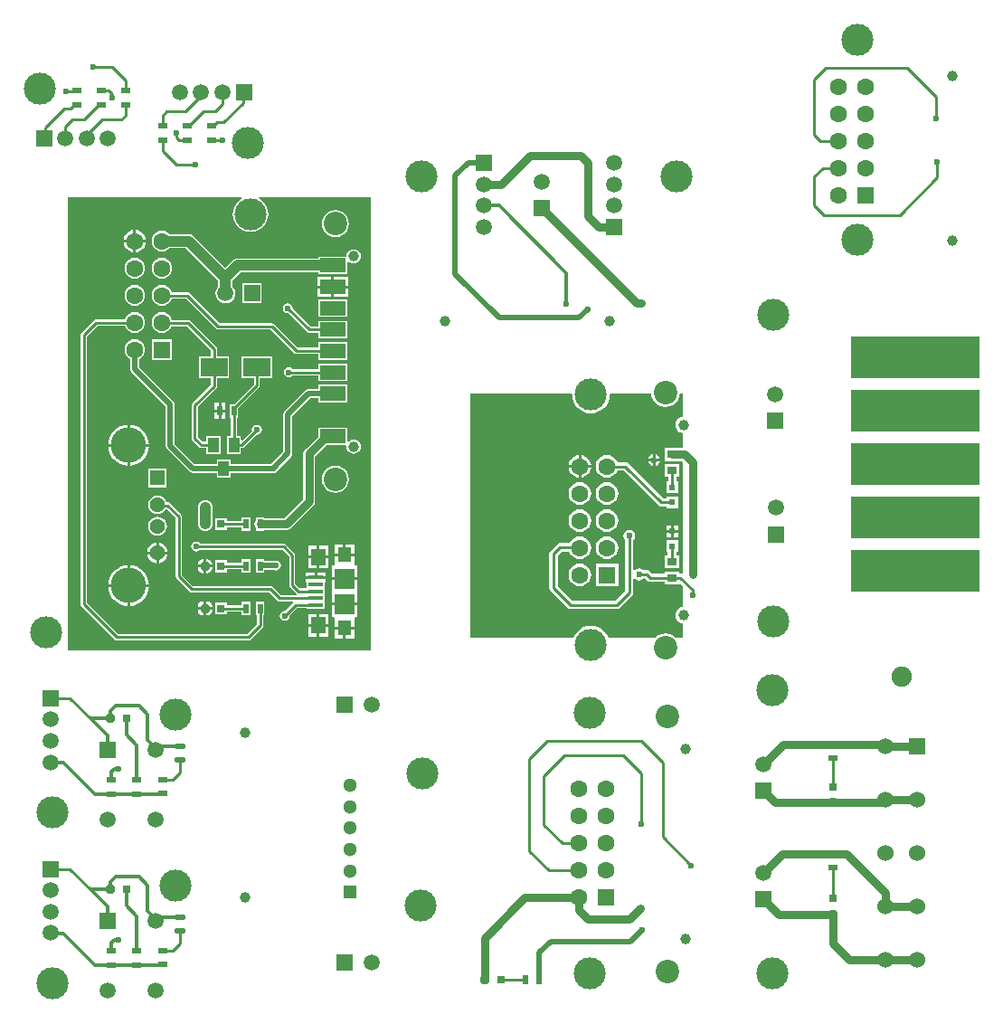
<source format=gtl>
G04*
G04 #@! TF.GenerationSoftware,Altium Limited,Altium Designer,20.1.8 (145)*
G04*
G04 Layer_Physical_Order=1*
G04 Layer_Color=255*
%FSLAX25Y25*%
%MOIN*%
G70*
G04*
G04 #@! TF.SameCoordinates,29347EB1-9AE6-4B45-909D-0775014661E7*
G04*
G04*
G04 #@! TF.FilePolarity,Positive*
G04*
G01*
G75*
%ADD10C,0.01968*%
%ADD11C,0.02953*%
%ADD12C,0.01181*%
%ADD13C,0.01000*%
%ADD14R,0.03740X0.01968*%
%ADD15R,0.03150X0.03150*%
G04:AMPARAMS|DCode=16|XSize=31.5mil|YSize=31.5mil|CornerRadius=7.87mil|HoleSize=0mil|Usage=FLASHONLY|Rotation=90.000|XOffset=0mil|YOffset=0mil|HoleType=Round|Shape=RoundedRectangle|*
%AMROUNDEDRECTD16*
21,1,0.03150,0.01575,0,0,90.0*
21,1,0.01575,0.03150,0,0,90.0*
1,1,0.01575,0.00787,0.00787*
1,1,0.01575,0.00787,-0.00787*
1,1,0.01575,-0.00787,-0.00787*
1,1,0.01575,-0.00787,0.00787*
%
%ADD16ROUNDEDRECTD16*%
%ADD17R,0.47244X0.15748*%
%ADD18R,0.01968X0.03740*%
%ADD19R,0.03150X0.03150*%
G04:AMPARAMS|DCode=20|XSize=31.5mil|YSize=31.5mil|CornerRadius=7.87mil|HoleSize=0mil|Usage=FLASHONLY|Rotation=0.000|XOffset=0mil|YOffset=0mil|HoleType=Round|Shape=RoundedRectangle|*
%AMROUNDEDRECTD20*
21,1,0.03150,0.01575,0,0,0.0*
21,1,0.01575,0.03150,0,0,0.0*
1,1,0.01575,0.00787,-0.00787*
1,1,0.01575,-0.00787,-0.00787*
1,1,0.01575,-0.00787,0.00787*
1,1,0.01575,0.00787,0.00787*
%
%ADD20ROUNDEDRECTD20*%
%ADD21R,0.09567X0.05236*%
%ADD22R,0.09843X0.06693*%
%ADD23R,0.03937X0.05512*%
%ADD24R,0.05315X0.01575*%
%ADD25R,0.05512X0.06299*%
%ADD26R,0.05118X0.05709*%
%ADD27R,0.07480X0.07480*%
%ADD28C,0.03937*%
%ADD29R,0.02362X0.02362*%
%ADD30R,0.03543X0.02756*%
%ADD31R,0.03543X0.01968*%
G04:AMPARAMS|DCode=32|XSize=19.68mil|YSize=37.4mil|CornerRadius=4.92mil|HoleSize=0mil|Usage=FLASHONLY|Rotation=270.000|XOffset=0mil|YOffset=0mil|HoleType=Round|Shape=RoundedRectangle|*
%AMROUNDEDRECTD32*
21,1,0.01968,0.02756,0,0,270.0*
21,1,0.00984,0.03740,0,0,270.0*
1,1,0.00984,-0.01378,-0.00492*
1,1,0.00984,-0.01378,0.00492*
1,1,0.00984,0.01378,0.00492*
1,1,0.00984,0.01378,-0.00492*
%
%ADD32ROUNDEDRECTD32*%
%ADD33C,0.00122*%
%ADD34C,0.05906*%
%ADD35R,0.05906X0.05906*%
%ADD36R,0.05906X0.05906*%
%ADD37C,0.03937*%
%ADD38C,0.11811*%
%ADD39C,0.02362*%
%ADD40C,0.05118*%
%ADD41R,0.05118X0.05118*%
%ADD42C,0.07480*%
%ADD43R,0.06024X0.06024*%
%ADD44C,0.06024*%
%ADD45C,0.06299*%
%ADD46R,0.06299X0.06299*%
%ADD47C,0.08661*%
%ADD48R,0.05622X0.05622*%
%ADD49C,0.05622*%
%ADD50C,0.13055*%
G36*
X131583Y131210D02*
X131189Y131047D01*
X19772D01*
Y297976D01*
X83955D01*
X84080Y297476D01*
X83446Y297137D01*
X82451Y296321D01*
X81634Y295326D01*
X81027Y294190D01*
X80654Y292958D01*
X80527Y291677D01*
X80654Y290396D01*
X81027Y289164D01*
X81634Y288029D01*
X82451Y287034D01*
X83446Y286217D01*
X84581Y285610D01*
X85813Y285236D01*
X87094Y285110D01*
X88376Y285236D01*
X89608Y285610D01*
X90743Y286217D01*
X91738Y287034D01*
X92555Y288029D01*
X93162Y289164D01*
X93535Y290396D01*
X93661Y291677D01*
X93535Y292958D01*
X93162Y294190D01*
X92555Y295326D01*
X91738Y296321D01*
X90743Y297137D01*
X90109Y297476D01*
X90234Y297976D01*
X131583D01*
Y131210D01*
D02*
G37*
G36*
X246457Y216952D02*
X245926Y216882D01*
X245204Y216583D01*
X244584Y216107D01*
X244108Y215487D01*
X243809Y214765D01*
X243707Y213990D01*
X243809Y213215D01*
X244108Y212493D01*
X244584Y211873D01*
X245204Y211397D01*
X245926Y211098D01*
X246457Y211028D01*
Y205637D01*
X242520D01*
X241781Y205490D01*
X239748D01*
Y200734D01*
X241781D01*
X242520Y200587D01*
X246244D01*
X246457Y200374D01*
Y159387D01*
X245957Y159118D01*
X245472Y159214D01*
X245291D01*
Y160063D01*
X239748D01*
Y159214D01*
X235082D01*
X234152Y160144D01*
X233656Y160476D01*
X233071Y160592D01*
X231811D01*
X231203Y160998D01*
X230352Y161168D01*
X229501Y160998D01*
X228780Y160516D01*
X228752Y160475D01*
X228252Y160627D01*
Y171579D01*
X228295Y171608D01*
X228777Y172330D01*
X228947Y173181D01*
X228777Y174032D01*
X228295Y174753D01*
X227574Y175235D01*
X226723Y175405D01*
X225872Y175235D01*
X225150Y174753D01*
X224668Y174032D01*
X224499Y173181D01*
X224668Y172330D01*
X225150Y171608D01*
X225193Y171579D01*
Y152955D01*
X221414Y149175D01*
X205751D01*
X200348Y154578D01*
Y165910D01*
X201815Y167376D01*
X204600D01*
X204899Y166655D01*
X205564Y165788D01*
X206431Y165123D01*
X207440Y164705D01*
X208524Y164563D01*
X209607Y164705D01*
X210616Y165123D01*
X211483Y165788D01*
X212148Y166655D01*
X212566Y167665D01*
X212709Y168748D01*
X212566Y169831D01*
X212148Y170841D01*
X211483Y171707D01*
X210616Y172373D01*
X209607Y172791D01*
X208524Y172933D01*
X207440Y172791D01*
X206431Y172373D01*
X205564Y171707D01*
X204899Y170841D01*
X204731Y170435D01*
X201181D01*
X200596Y170318D01*
X200099Y169987D01*
X197737Y167625D01*
X197406Y167129D01*
X197289Y166543D01*
Y153945D01*
X197406Y153360D01*
X197737Y152863D01*
X204037Y146564D01*
X204533Y146233D01*
X205118Y146116D01*
X222047D01*
X222632Y146233D01*
X223129Y146564D01*
X227804Y151240D01*
X228136Y151736D01*
X228252Y152321D01*
Y157261D01*
X228752Y157412D01*
X228780Y157371D01*
X229501Y156889D01*
X230352Y156720D01*
X231203Y156889D01*
X231925Y157371D01*
X231974Y157445D01*
X232493Y157478D01*
X233367Y156604D01*
X233863Y156272D01*
X234449Y156156D01*
X239748D01*
Y155307D01*
X245291D01*
Y155307D01*
X245571Y155423D01*
X246457Y154538D01*
Y146873D01*
X245926Y146803D01*
X245204Y146504D01*
X244584Y146029D01*
X244108Y145408D01*
X243809Y144686D01*
X243707Y143911D01*
X243809Y143137D01*
X244108Y142414D01*
X244584Y141794D01*
X245204Y141318D01*
X245926Y141019D01*
X246457Y140949D01*
Y135441D01*
X244013D01*
X243810Y135705D01*
X242696Y136560D01*
X241399Y137097D01*
X240008Y137280D01*
X238616Y137097D01*
X237319Y136560D01*
X236206Y135705D01*
X236003Y135441D01*
X219098D01*
X219009Y135734D01*
X218368Y136934D01*
X217505Y137985D01*
X216453Y138848D01*
X215254Y139489D01*
X213952Y139884D01*
X212598Y140018D01*
X211245Y139884D01*
X209943Y139489D01*
X208743Y138848D01*
X207692Y137985D01*
X206829Y136934D01*
X206188Y135734D01*
X206099Y135441D01*
X168110D01*
Y225441D01*
X205445D01*
X205659Y225205D01*
X205793Y223851D01*
X206188Y222549D01*
X206829Y221350D01*
X207692Y220298D01*
X208743Y219435D01*
X209943Y218794D01*
X211245Y218399D01*
X212598Y218266D01*
X213952Y218399D01*
X215254Y218794D01*
X216453Y219435D01*
X217505Y220298D01*
X218368Y221350D01*
X219009Y222549D01*
X219404Y223851D01*
X219537Y225205D01*
X219751Y225441D01*
X234704D01*
X234814Y224606D01*
X235351Y223310D01*
X236206Y222196D01*
X237319Y221342D01*
X238616Y220805D01*
X240008Y220621D01*
X241399Y220805D01*
X242696Y221342D01*
X243810Y222196D01*
X244664Y223310D01*
X245201Y224606D01*
X245311Y225441D01*
X246457D01*
Y216952D01*
D02*
G37*
%LPC*%
G36*
X118441Y293131D02*
X117146Y292961D01*
X115939Y292461D01*
X114903Y291666D01*
X114108Y290630D01*
X113608Y289423D01*
X113437Y288128D01*
X113608Y286833D01*
X114108Y285626D01*
X114903Y284590D01*
X115939Y283795D01*
X117146Y283295D01*
X118441Y283124D01*
X119736Y283295D01*
X120943Y283795D01*
X121979Y284590D01*
X122774Y285626D01*
X123274Y286833D01*
X123444Y288128D01*
X123274Y289423D01*
X122774Y290630D01*
X121979Y291666D01*
X120943Y292461D01*
X119736Y292961D01*
X118441Y293131D01*
D02*
G37*
G36*
X44937Y285876D02*
Y282256D01*
X48557D01*
X48480Y282839D01*
X48062Y283849D01*
X47396Y284716D01*
X46530Y285381D01*
X45520Y285799D01*
X44937Y285876D01*
D02*
G37*
G36*
X43937Y285876D02*
X43354Y285799D01*
X42344Y285381D01*
X41478Y284716D01*
X40812Y283849D01*
X40394Y282839D01*
X40317Y282256D01*
X43937D01*
Y285876D01*
D02*
G37*
G36*
X48557Y281256D02*
X44937D01*
Y277636D01*
X45520Y277713D01*
X46530Y278131D01*
X47396Y278796D01*
X48062Y279663D01*
X48480Y280673D01*
X48557Y281256D01*
D02*
G37*
G36*
X43937D02*
X40317D01*
X40394Y280673D01*
X40812Y279663D01*
X41478Y278796D01*
X42344Y278131D01*
X43354Y277713D01*
X43937Y277636D01*
Y281256D01*
D02*
G37*
G36*
X54437Y285568D02*
X53450Y285438D01*
X52531Y285057D01*
X51741Y284452D01*
X51136Y283662D01*
X50755Y282743D01*
X50625Y281756D01*
X50755Y280769D01*
X51136Y279850D01*
X51741Y279060D01*
X52531Y278454D01*
X53450Y278074D01*
X54437Y277944D01*
X55424Y278074D01*
X56343Y278454D01*
X57133Y279060D01*
X57190Y279135D01*
X63253D01*
X75222Y267166D01*
Y265013D01*
X74713Y264350D01*
X74352Y263479D01*
X74229Y262543D01*
X74352Y261608D01*
X74713Y260736D01*
X75287Y259988D01*
X76036Y259414D01*
X76907Y259053D01*
X77842Y258930D01*
X78778Y259053D01*
X79649Y259414D01*
X80398Y259988D01*
X80972Y260736D01*
X81333Y261608D01*
X81456Y262543D01*
X81333Y263479D01*
X80972Y264350D01*
X80463Y265013D01*
Y267166D01*
X83456Y270159D01*
X111996D01*
Y269531D01*
X122823D01*
Y274042D01*
X123142Y274199D01*
X123323Y274235D01*
X123823Y273850D01*
X124455Y273588D01*
X125134Y273499D01*
X125812Y273588D01*
X126444Y273850D01*
X126987Y274267D01*
X127404Y274810D01*
X127665Y275442D01*
X127755Y276120D01*
X127665Y276798D01*
X127404Y277431D01*
X126987Y277973D01*
X126444Y278390D01*
X125812Y278652D01*
X125134Y278741D01*
X124455Y278652D01*
X123823Y278390D01*
X123281Y277973D01*
X122864Y277431D01*
X122602Y276798D01*
X122513Y276120D01*
X122432Y276028D01*
X111996D01*
Y275400D01*
X82370D01*
X81692Y275311D01*
X81060Y275049D01*
X80517Y274633D01*
X77842Y271958D01*
X66192Y283609D01*
X65649Y284026D01*
X65017Y284288D01*
X64339Y284377D01*
X57190D01*
X57133Y284452D01*
X56343Y285057D01*
X55424Y285438D01*
X54437Y285568D01*
D02*
G37*
G36*
Y275568D02*
X53450Y275438D01*
X52531Y275057D01*
X51741Y274451D01*
X51136Y273662D01*
X50755Y272743D01*
X50625Y271756D01*
X50755Y270769D01*
X51136Y269850D01*
X51741Y269060D01*
X52531Y268455D01*
X53450Y268074D01*
X54437Y267944D01*
X55424Y268074D01*
X56343Y268455D01*
X57133Y269060D01*
X57738Y269850D01*
X58119Y270769D01*
X58249Y271756D01*
X58119Y272743D01*
X57738Y273662D01*
X57133Y274451D01*
X56343Y275057D01*
X55424Y275438D01*
X54437Y275568D01*
D02*
G37*
G36*
X44437D02*
X43450Y275438D01*
X42531Y275057D01*
X41741Y274451D01*
X41136Y273662D01*
X40755Y272743D01*
X40625Y271756D01*
X40755Y270769D01*
X41136Y269850D01*
X41741Y269060D01*
X42531Y268455D01*
X43450Y268074D01*
X44437Y267944D01*
X45424Y268074D01*
X46343Y268455D01*
X47133Y269060D01*
X47738Y269850D01*
X48119Y270769D01*
X48249Y271756D01*
X48119Y272743D01*
X47738Y273662D01*
X47133Y274451D01*
X46343Y275057D01*
X45424Y275438D01*
X44437Y275568D01*
D02*
G37*
G36*
X123193Y268524D02*
X117909D01*
Y265406D01*
X123193D01*
Y268524D01*
D02*
G37*
G36*
X116909D02*
X111626D01*
Y265406D01*
X116909D01*
Y268524D01*
D02*
G37*
G36*
X123193Y264405D02*
X117909D01*
Y261287D01*
X123193D01*
Y264405D01*
D02*
G37*
G36*
X116909D02*
X111626D01*
Y261287D01*
X116909D01*
Y264405D01*
D02*
G37*
G36*
X91268Y266126D02*
X84102D01*
Y258961D01*
X91268D01*
Y266126D01*
D02*
G37*
G36*
X44437Y265568D02*
X43450Y265438D01*
X42531Y265057D01*
X41741Y264452D01*
X41136Y263662D01*
X40755Y262743D01*
X40625Y261756D01*
X40755Y260769D01*
X41136Y259850D01*
X41741Y259060D01*
X42531Y258454D01*
X43450Y258074D01*
X44437Y257944D01*
X45424Y258074D01*
X46343Y258454D01*
X47133Y259060D01*
X47738Y259850D01*
X48119Y260769D01*
X48249Y261756D01*
X48119Y262743D01*
X47738Y263662D01*
X47133Y264452D01*
X46343Y265057D01*
X45424Y265438D01*
X44437Y265568D01*
D02*
G37*
G36*
X122823Y260280D02*
X111996D01*
Y253783D01*
X122823D01*
Y260280D01*
D02*
G37*
G36*
X44437Y255568D02*
X43450Y255438D01*
X42531Y255057D01*
X41741Y254451D01*
X41136Y253662D01*
X40823Y252908D01*
X30244D01*
X29803Y252820D01*
X29430Y252571D01*
X24862Y248004D01*
X24613Y247630D01*
X24525Y247189D01*
Y147976D01*
X24613Y147536D01*
X24862Y147162D01*
X37067Y134957D01*
X37441Y134707D01*
X37882Y134620D01*
X86307D01*
X86748Y134707D01*
X87122Y134957D01*
X91452Y139288D01*
X91702Y139662D01*
X91790Y140102D01*
Y143902D01*
X92252D01*
Y148902D01*
X89024D01*
Y143902D01*
X89486D01*
Y140580D01*
X85830Y136924D01*
X38359D01*
X26829Y148454D01*
Y246712D01*
X30721Y250604D01*
X40823D01*
X41136Y249850D01*
X41741Y249060D01*
X42531Y248454D01*
X43450Y248074D01*
X44437Y247944D01*
X45424Y248074D01*
X46343Y248454D01*
X47133Y249060D01*
X47738Y249850D01*
X48119Y250769D01*
X48249Y251756D01*
X48119Y252743D01*
X47738Y253662D01*
X47133Y254451D01*
X46343Y255057D01*
X45424Y255438D01*
X44437Y255568D01*
D02*
G37*
G36*
X100874Y258878D02*
X100167Y258737D01*
X99568Y258337D01*
X99168Y257738D01*
X99028Y257031D01*
X99168Y256325D01*
X99568Y255726D01*
X100167Y255326D01*
X100874Y255185D01*
X101055Y255221D01*
X107933Y248343D01*
X108307Y248093D01*
X108748Y248005D01*
X111996D01*
Y245910D01*
X122823D01*
Y252406D01*
X111996D01*
Y250310D01*
X109225D01*
X102684Y256850D01*
X102720Y257031D01*
X102580Y257738D01*
X102180Y258337D01*
X101581Y258737D01*
X100874Y258878D01*
D02*
G37*
G36*
X54437Y265568D02*
X53450Y265438D01*
X52531Y265057D01*
X51741Y264452D01*
X51136Y263662D01*
X50755Y262743D01*
X50625Y261756D01*
X50755Y260769D01*
X51136Y259850D01*
X51741Y259060D01*
X52531Y258454D01*
X53450Y258074D01*
X54437Y257944D01*
X55424Y258074D01*
X56343Y258454D01*
X57133Y259060D01*
X57738Y259850D01*
X58051Y260604D01*
X63389D01*
X74469Y249524D01*
X74843Y249274D01*
X75283Y249186D01*
X94491D01*
X103209Y240469D01*
X103583Y240219D01*
X104024Y240131D01*
X111996D01*
Y238035D01*
X122823D01*
Y244531D01*
X111996D01*
Y242436D01*
X104501D01*
X95783Y251153D01*
X95409Y251403D01*
X94968Y251491D01*
X75761D01*
X64681Y262571D01*
X64307Y262820D01*
X63866Y262908D01*
X58051D01*
X57738Y263662D01*
X57133Y264452D01*
X56343Y265057D01*
X55424Y265438D01*
X54437Y265568D01*
D02*
G37*
G36*
X58217Y245535D02*
X50657D01*
Y237976D01*
X58217D01*
Y245535D01*
D02*
G37*
G36*
X122823Y236658D02*
X111996D01*
Y234561D01*
X102676D01*
X102573Y234715D01*
X101974Y235115D01*
X101268Y235256D01*
X100561Y235115D01*
X99962Y234715D01*
X99562Y234116D01*
X99421Y233410D01*
X99562Y232703D01*
X99962Y232104D01*
X100561Y231703D01*
X101268Y231563D01*
X101974Y231703D01*
X102573Y232104D01*
X102676Y232257D01*
X111996D01*
Y230161D01*
X122823D01*
Y236658D01*
D02*
G37*
G36*
X44437Y245568D02*
X43450Y245438D01*
X42531Y245057D01*
X41741Y244451D01*
X41136Y243662D01*
X40755Y242743D01*
X40625Y241756D01*
X40755Y240769D01*
X41136Y239850D01*
X41741Y239060D01*
X42531Y238455D01*
X42791Y238347D01*
Y234728D01*
X42917Y234099D01*
X43273Y233565D01*
X55921Y220917D01*
Y206244D01*
X56046Y205614D01*
X56403Y205080D01*
X64671Y196813D01*
X65205Y196456D01*
X65835Y196331D01*
X74654D01*
Y194591D01*
X79850D01*
Y196331D01*
X94566D01*
X94656Y196271D01*
X95362Y196130D01*
X96069Y196271D01*
X96668Y196671D01*
X97068Y197270D01*
X97089Y197376D01*
X102038Y202325D01*
X102394Y202858D01*
X102520Y203488D01*
Y217373D01*
X109036Y223890D01*
X111996D01*
Y222287D01*
X122823D01*
Y228783D01*
X111996D01*
Y227181D01*
X108354D01*
X107724Y227056D01*
X107191Y226699D01*
X99710Y219219D01*
X99353Y218685D01*
X99228Y218055D01*
Y204170D01*
X94762Y199703D01*
X94656Y199682D01*
X94566Y199622D01*
X79850D01*
Y201362D01*
X74654D01*
Y199622D01*
X66516D01*
X59213Y206926D01*
Y221598D01*
X59088Y222228D01*
X58731Y222762D01*
X46083Y235410D01*
Y238347D01*
X46343Y238455D01*
X47133Y239060D01*
X47738Y239850D01*
X48119Y240769D01*
X48249Y241756D01*
X48119Y242743D01*
X47738Y243662D01*
X47133Y244451D01*
X46343Y245057D01*
X45424Y245438D01*
X44437Y245568D01*
D02*
G37*
G36*
X77858Y222106D02*
X76374D01*
Y219736D01*
X77858D01*
Y222106D01*
D02*
G37*
G36*
X75374D02*
X73890D01*
Y219736D01*
X75374D01*
Y222106D01*
D02*
G37*
G36*
X77858Y218736D02*
X76374D01*
Y216366D01*
X77858D01*
Y218736D01*
D02*
G37*
G36*
X75374D02*
X73890D01*
Y216366D01*
X75374D01*
Y218736D01*
D02*
G37*
G36*
X95008Y239354D02*
X83906D01*
Y231402D01*
X88305D01*
Y229064D01*
X80977Y221736D01*
X79378D01*
Y216736D01*
X79840D01*
Y210024D01*
X78394D01*
Y203252D01*
X83591D01*
Y205486D01*
X83945D01*
X84386Y205574D01*
X84759Y205823D01*
X89275Y210339D01*
X89457Y210303D01*
X90163Y210444D01*
X90762Y210844D01*
X91163Y211443D01*
X91303Y212150D01*
X91163Y212856D01*
X90762Y213455D01*
X90163Y213856D01*
X89457Y213996D01*
X88750Y213856D01*
X88151Y213455D01*
X87751Y212856D01*
X87610Y212150D01*
X87646Y211968D01*
X84052Y208375D01*
X83591Y208566D01*
Y210024D01*
X82144D01*
Y216736D01*
X82606D01*
Y220107D01*
X90271Y227772D01*
X90521Y228146D01*
X90609Y228587D01*
Y231402D01*
X95008D01*
Y239354D01*
D02*
G37*
G36*
X42673Y214034D02*
Y207020D01*
X49688D01*
X49592Y207995D01*
X49161Y209414D01*
X48463Y210722D01*
X47522Y211868D01*
X46376Y212809D01*
X45068Y213508D01*
X43649Y213938D01*
X42673Y214034D01*
D02*
G37*
G36*
X41673Y214034D02*
X40698Y213938D01*
X39279Y213508D01*
X37971Y212809D01*
X36825Y211868D01*
X35884Y210722D01*
X35185Y209414D01*
X34755Y207995D01*
X34659Y207020D01*
X41673D01*
Y214034D01*
D02*
G37*
G36*
X122823Y213035D02*
X111996D01*
Y209577D01*
X107823Y205403D01*
X107229Y205007D01*
X106764Y204310D01*
X106600Y203488D01*
Y186661D01*
X99591Y179651D01*
X92252D01*
Y180004D01*
X89024D01*
Y178879D01*
X88654Y178326D01*
X88490Y177504D01*
X88654Y176682D01*
X89024Y176128D01*
Y175004D01*
X92252D01*
Y175356D01*
X100480D01*
X101302Y175520D01*
X101999Y175985D01*
X110267Y184253D01*
X110732Y184950D01*
X110896Y185772D01*
Y202402D01*
X115033Y206539D01*
X122199D01*
X122529Y206164D01*
X122513Y206041D01*
X122602Y205363D01*
X122864Y204731D01*
X123281Y204188D01*
X123823Y203772D01*
X124455Y203510D01*
X125134Y203420D01*
X125812Y203510D01*
X126444Y203772D01*
X126987Y204188D01*
X127404Y204731D01*
X127665Y205363D01*
X127755Y206041D01*
X127665Y206720D01*
X127404Y207352D01*
X126987Y207895D01*
X126444Y208311D01*
X125812Y208573D01*
X125134Y208662D01*
X124455Y208573D01*
X123823Y208311D01*
X123323Y207927D01*
X123142Y207962D01*
X122823Y208119D01*
Y213035D01*
D02*
G37*
G36*
X54437Y255568D02*
X53450Y255438D01*
X52531Y255057D01*
X51741Y254451D01*
X51136Y253662D01*
X50755Y252743D01*
X50625Y251756D01*
X50755Y250769D01*
X51136Y249850D01*
X51741Y249060D01*
X52531Y248454D01*
X53450Y248074D01*
X54437Y247944D01*
X55424Y248074D01*
X56343Y248454D01*
X57133Y249060D01*
X57738Y249850D01*
X57953Y250368D01*
X63783D01*
X72557Y241594D01*
Y239354D01*
X68158D01*
Y231402D01*
X72557D01*
Y228769D01*
X65807Y222019D01*
X65558Y221646D01*
X65470Y221205D01*
Y209000D01*
X65558Y208559D01*
X65807Y208185D01*
X68170Y205823D01*
X68543Y205574D01*
X68984Y205486D01*
X70913D01*
Y203252D01*
X76110D01*
Y210024D01*
X70913D01*
Y207790D01*
X69462D01*
X67774Y209477D01*
Y220727D01*
X74523Y227477D01*
X74773Y227851D01*
X74861Y228291D01*
Y231402D01*
X79260D01*
Y239354D01*
X74861D01*
Y242071D01*
X74773Y242512D01*
X74523Y242885D01*
X65074Y252334D01*
X64701Y252584D01*
X64260Y252672D01*
X58129D01*
X58119Y252743D01*
X57738Y253662D01*
X57133Y254451D01*
X56343Y255057D01*
X55424Y255438D01*
X54437Y255568D01*
D02*
G37*
G36*
X49688Y206020D02*
X42673D01*
Y199005D01*
X43649Y199101D01*
X45068Y199531D01*
X46376Y200231D01*
X47522Y201171D01*
X48463Y202317D01*
X49161Y203625D01*
X49592Y205044D01*
X49688Y206020D01*
D02*
G37*
G36*
X41673D02*
X34659D01*
X34755Y205044D01*
X35185Y203625D01*
X35884Y202317D01*
X36825Y201171D01*
X37971Y200231D01*
X39279Y199531D01*
X40698Y199101D01*
X41673Y199005D01*
Y206020D01*
D02*
G37*
G36*
X56283Y197874D02*
X49402D01*
Y190992D01*
X56283D01*
Y197874D01*
D02*
G37*
G36*
X118441Y199037D02*
X117146Y198866D01*
X115939Y198367D01*
X114903Y197572D01*
X114108Y196535D01*
X113608Y195328D01*
X113437Y194034D01*
X113608Y192738D01*
X114108Y191532D01*
X114903Y190496D01*
X115939Y189700D01*
X117146Y189200D01*
X118441Y189030D01*
X119736Y189200D01*
X120943Y189700D01*
X121979Y190496D01*
X122774Y191532D01*
X123274Y192738D01*
X123444Y194034D01*
X123274Y195328D01*
X122774Y196535D01*
X121979Y197572D01*
X120943Y198367D01*
X119736Y198866D01*
X118441Y199037D01*
D02*
G37*
G36*
X87134Y180004D02*
X83906D01*
Y178656D01*
X78473D01*
Y179709D01*
X74063D01*
Y175299D01*
X78473D01*
Y176352D01*
X83906D01*
Y175004D01*
X87134D01*
Y180004D01*
D02*
G37*
G36*
X70461Y186326D02*
X69782Y186236D01*
X69150Y185975D01*
X68607Y185558D01*
X68191Y185015D01*
X67929Y184383D01*
X67840Y183705D01*
Y177602D01*
X67929Y176924D01*
X68191Y176292D01*
X68222Y176251D01*
X68240Y176163D01*
X68553Y175695D01*
X69022Y175382D01*
X69109Y175364D01*
X69150Y175333D01*
X69782Y175071D01*
X70461Y174981D01*
X71139Y175071D01*
X71771Y175333D01*
X72314Y175749D01*
X72730Y176292D01*
X72992Y176924D01*
X73081Y177602D01*
Y183705D01*
X72992Y184383D01*
X72730Y185015D01*
X72314Y185558D01*
X71771Y185975D01*
X71139Y186236D01*
X70461Y186326D01*
D02*
G37*
G36*
X52842Y180187D02*
X51944Y180069D01*
X51107Y179722D01*
X50388Y179171D01*
X49837Y178452D01*
X49490Y177615D01*
X49372Y176717D01*
X49490Y175818D01*
X49837Y174981D01*
X50388Y174262D01*
X51107Y173711D01*
X51944Y173364D01*
X52842Y173246D01*
X53741Y173364D01*
X54578Y173711D01*
X55297Y174262D01*
X55848Y174981D01*
X56195Y175818D01*
X56313Y176717D01*
X56195Y177615D01*
X55848Y178452D01*
X55297Y179171D01*
X54578Y179722D01*
X53741Y180069D01*
X52842Y180187D01*
D02*
G37*
G36*
X53342Y170652D02*
Y167374D01*
X56621D01*
X56555Y167869D01*
X56172Y168796D01*
X55561Y169592D01*
X54764Y170203D01*
X53837Y170587D01*
X53342Y170652D01*
D02*
G37*
G36*
X52342D02*
X51848Y170587D01*
X50921Y170203D01*
X50125Y169592D01*
X49514Y168796D01*
X49130Y167869D01*
X49064Y167374D01*
X52342D01*
Y170652D01*
D02*
G37*
G36*
X125299Y170039D02*
X122240D01*
Y166685D01*
X125299D01*
Y170039D01*
D02*
G37*
G36*
X121240D02*
X118181D01*
Y166685D01*
X121240D01*
Y170039D01*
D02*
G37*
G36*
X115850Y169449D02*
X112594D01*
Y165799D01*
X115850D01*
Y169449D01*
D02*
G37*
G36*
X111594D02*
X108339D01*
Y165799D01*
X111594D01*
Y169449D01*
D02*
G37*
G36*
X87134Y164453D02*
X83906D01*
Y163105D01*
X78473D01*
Y164157D01*
X74063D01*
Y159748D01*
X78473D01*
Y160801D01*
X83906D01*
Y159453D01*
X87134D01*
Y164453D01*
D02*
G37*
G36*
X56621Y166374D02*
X53342D01*
Y163096D01*
X53837Y163161D01*
X54764Y163545D01*
X55561Y164156D01*
X56172Y164952D01*
X56555Y165879D01*
X56621Y166374D01*
D02*
G37*
G36*
X52342D02*
X49064D01*
X49130Y165879D01*
X49514Y164952D01*
X50125Y164156D01*
X50921Y163545D01*
X51848Y163161D01*
X52342Y163096D01*
Y166374D01*
D02*
G37*
G36*
X71150Y164563D02*
X70862D01*
Y162453D01*
X72972D01*
Y162740D01*
X72833Y163438D01*
X72438Y164029D01*
X71847Y164424D01*
X71150Y164563D01*
D02*
G37*
G36*
X69862D02*
X69575D01*
X68877Y164424D01*
X68286Y164029D01*
X67891Y163438D01*
X67752Y162740D01*
Y162453D01*
X69862D01*
Y164563D01*
D02*
G37*
G36*
X115850Y164799D02*
X112594D01*
Y161150D01*
X115850D01*
Y164799D01*
D02*
G37*
G36*
X111594D02*
X108339D01*
Y161150D01*
X111594D01*
Y164799D01*
D02*
G37*
G36*
X92252Y164453D02*
X89024D01*
Y159453D01*
X92252D01*
Y160504D01*
X95747D01*
X95837Y160444D01*
X96543Y160303D01*
X97250Y160444D01*
X97849Y160844D01*
X98249Y161443D01*
X98390Y162150D01*
X98249Y162856D01*
X97849Y163455D01*
X97250Y163856D01*
X96543Y163996D01*
X95837Y163856D01*
X95747Y163795D01*
X92252D01*
Y164453D01*
D02*
G37*
G36*
X72972Y161453D02*
X70862D01*
Y159343D01*
X71150D01*
X71847Y159482D01*
X72438Y159877D01*
X72833Y160468D01*
X72972Y161165D01*
Y161453D01*
D02*
G37*
G36*
X69862D02*
X67752D01*
Y161165D01*
X67891Y160468D01*
X68286Y159877D01*
X68877Y159482D01*
X69575Y159343D01*
X69862D01*
Y161453D01*
D02*
G37*
G36*
X114866Y159606D02*
X111709D01*
Y158319D01*
X114866D01*
Y159606D01*
D02*
G37*
G36*
X110709D02*
X107551D01*
Y158319D01*
X110709D01*
Y159606D01*
D02*
G37*
G36*
X125299Y165685D02*
X121740D01*
X118181D01*
Y162665D01*
X118181Y162331D01*
X117750Y162165D01*
X117000D01*
Y157925D01*
X121740D01*
X126480D01*
Y162165D01*
X125731D01*
X125299Y162331D01*
X125299Y162665D01*
Y165685D01*
D02*
G37*
G36*
X42673Y162302D02*
Y155287D01*
X49688D01*
X49592Y156263D01*
X49161Y157682D01*
X48463Y158990D01*
X47522Y160136D01*
X46376Y161077D01*
X45068Y161776D01*
X43649Y162206D01*
X42673Y162302D01*
D02*
G37*
G36*
X41673D02*
X40698Y162206D01*
X39279Y161776D01*
X37971Y161077D01*
X36825Y160136D01*
X35884Y158990D01*
X35185Y157682D01*
X34755Y156263D01*
X34659Y155287D01*
X41673D01*
Y162302D01*
D02*
G37*
G36*
X126480Y156925D02*
X121740D01*
X117000D01*
Y152685D01*
Y148476D01*
X121740D01*
X126480D01*
Y152685D01*
Y156925D01*
D02*
G37*
G36*
X87134Y148902D02*
X83906D01*
Y147554D01*
X78473D01*
Y148606D01*
X74063D01*
Y144197D01*
X78473D01*
Y145249D01*
X83906D01*
Y143902D01*
X87134D01*
Y148902D01*
D02*
G37*
G36*
X49688Y154287D02*
X42673D01*
Y147273D01*
X43649Y147369D01*
X45068Y147799D01*
X46376Y148498D01*
X47522Y149439D01*
X48463Y150585D01*
X49161Y151893D01*
X49592Y153312D01*
X49688Y154287D01*
D02*
G37*
G36*
X41673D02*
X34659D01*
X34755Y153312D01*
X35185Y151893D01*
X35884Y150585D01*
X36825Y149439D01*
X37971Y148498D01*
X39279Y147799D01*
X40698Y147369D01*
X41673Y147273D01*
Y154287D01*
D02*
G37*
G36*
X71150Y149011D02*
X70862D01*
Y146902D01*
X72972D01*
Y147189D01*
X72833Y147886D01*
X72438Y148478D01*
X71847Y148873D01*
X71150Y149011D01*
D02*
G37*
G36*
X69862D02*
X69575D01*
X68877Y148873D01*
X68286Y148478D01*
X67891Y147886D01*
X67752Y147189D01*
Y146902D01*
X69862D01*
Y149011D01*
D02*
G37*
G36*
X52842Y188061D02*
X51944Y187943D01*
X51107Y187596D01*
X50388Y187045D01*
X49837Y186326D01*
X49490Y185489D01*
X49372Y184591D01*
X49490Y183692D01*
X49837Y182855D01*
X50388Y182136D01*
X51107Y181585D01*
X51944Y181238D01*
X52842Y181120D01*
X53741Y181238D01*
X54578Y181585D01*
X55297Y182136D01*
X55821Y182819D01*
X55875Y182859D01*
X56419Y182928D01*
X59565Y179783D01*
Y158213D01*
X59652Y157772D01*
X59902Y157398D01*
X64626Y152674D01*
X65000Y152424D01*
X65441Y152336D01*
X94098D01*
X97107Y149327D01*
X97480Y149077D01*
X97921Y148990D01*
X102802D01*
X102954Y148490D01*
X102815Y148397D01*
X99874Y145456D01*
X99693Y145492D01*
X98986Y145352D01*
X98387Y144951D01*
X97987Y144352D01*
X97846Y143646D01*
X97987Y142939D01*
X98387Y142340D01*
X98986Y141940D01*
X99693Y141799D01*
X100399Y141940D01*
X100999Y142340D01*
X101399Y142939D01*
X101539Y143646D01*
X101503Y143827D01*
X104107Y146431D01*
X107921D01*
Y146165D01*
X114496D01*
Y148724D01*
Y151284D01*
Y156032D01*
X114866D01*
Y157319D01*
X111209D01*
X107551D01*
Y156032D01*
X107921D01*
Y153853D01*
X105288D01*
X103601Y155540D01*
Y166087D01*
X103513Y166527D01*
X103263Y166901D01*
X100114Y170051D01*
X99740Y170301D01*
X99299Y170388D01*
X68424D01*
X68321Y170542D01*
X67722Y170942D01*
X67016Y171083D01*
X66309Y170942D01*
X65710Y170542D01*
X65310Y169943D01*
X65169Y169236D01*
X65310Y168530D01*
X65710Y167931D01*
X66309Y167530D01*
X67016Y167390D01*
X67722Y167530D01*
X68321Y167931D01*
X68424Y168084D01*
X98822D01*
X101297Y165609D01*
Y155063D01*
X101384Y154622D01*
X101634Y154248D01*
X103996Y151886D01*
X104135Y151794D01*
X103983Y151294D01*
X98399D01*
X95389Y154303D01*
X95016Y154553D01*
X94575Y154640D01*
X65918D01*
X61869Y158690D01*
Y180260D01*
X61781Y180701D01*
X61531Y181075D01*
X57382Y185223D01*
X57009Y185473D01*
X56568Y185561D01*
X56165D01*
X55848Y186326D01*
X55297Y187045D01*
X54578Y187596D01*
X53741Y187943D01*
X52842Y188061D01*
D02*
G37*
G36*
X72972Y145902D02*
X70862D01*
Y143792D01*
X71150D01*
X71847Y143930D01*
X72438Y144325D01*
X72833Y144917D01*
X72972Y145614D01*
Y145902D01*
D02*
G37*
G36*
X69862D02*
X67752D01*
Y145614D01*
X67891Y144917D01*
X68286Y144325D01*
X68877Y143930D01*
X69575Y143792D01*
X69862D01*
Y145902D01*
D02*
G37*
G36*
X115850Y144252D02*
X112594D01*
Y140602D01*
X115850D01*
Y144252D01*
D02*
G37*
G36*
X111594D02*
X108339D01*
Y140602D01*
X111594D01*
Y144252D01*
D02*
G37*
G36*
X126480Y147476D02*
X121740D01*
X117000D01*
Y143236D01*
X117750D01*
X118181Y143071D01*
X118181Y142736D01*
Y139717D01*
X121740D01*
X125299D01*
Y142736D01*
X125299Y143071D01*
X125731Y143236D01*
X126480D01*
Y147476D01*
D02*
G37*
G36*
X115850Y139602D02*
X112594D01*
Y135953D01*
X115850D01*
Y139602D01*
D02*
G37*
G36*
X111594D02*
X108339D01*
Y135953D01*
X111594D01*
Y139602D01*
D02*
G37*
G36*
X125299Y138717D02*
X122240D01*
Y135362D01*
X125299D01*
Y138717D01*
D02*
G37*
G36*
X121240D02*
X118181D01*
Y135362D01*
X121240D01*
Y138717D01*
D02*
G37*
G36*
X236364Y203194D02*
Y201570D01*
X237988D01*
X237918Y201921D01*
X237436Y202642D01*
X236715Y203124D01*
X236364Y203194D01*
D02*
G37*
G36*
X235364D02*
X235013Y203124D01*
X234291Y202642D01*
X233809Y201921D01*
X233739Y201570D01*
X235364D01*
Y203194D01*
D02*
G37*
G36*
X209023Y202868D02*
Y199248D01*
X212643D01*
X212566Y199831D01*
X212148Y200841D01*
X211483Y201708D01*
X210616Y202373D01*
X209607Y202791D01*
X209023Y202868D01*
D02*
G37*
G36*
X208024Y202868D02*
X207440Y202791D01*
X206431Y202373D01*
X205564Y201708D01*
X204899Y200841D01*
X204481Y199831D01*
X204404Y199248D01*
X208024D01*
Y202868D01*
D02*
G37*
G36*
X237988Y200570D02*
X236364D01*
Y198945D01*
X236715Y199015D01*
X237436Y199497D01*
X237918Y200219D01*
X237988Y200570D01*
D02*
G37*
G36*
X235364D02*
X233739D01*
X233809Y200219D01*
X234291Y199497D01*
X235013Y199015D01*
X235364Y198945D01*
Y200570D01*
D02*
G37*
G36*
X208024Y198248D02*
X204404D01*
X204481Y197665D01*
X204899Y196655D01*
X205564Y195789D01*
X206431Y195123D01*
X207440Y194705D01*
X208024Y194628D01*
Y198248D01*
D02*
G37*
G36*
X212643D02*
X209023D01*
Y194628D01*
X209607Y194705D01*
X210616Y195123D01*
X211483Y195789D01*
X212148Y196655D01*
X212566Y197665D01*
X212643Y198248D01*
D02*
G37*
G36*
X245291Y199584D02*
X239748D01*
Y194829D01*
X241030D01*
Y193134D01*
X240378D01*
Y188772D01*
X244740D01*
Y193134D01*
X244088D01*
Y194829D01*
X245291D01*
Y199584D01*
D02*
G37*
G36*
X218524Y192933D02*
X217440Y192791D01*
X216431Y192373D01*
X215564Y191708D01*
X214899Y190841D01*
X214481Y189831D01*
X214338Y188748D01*
X214481Y187665D01*
X214899Y186655D01*
X215564Y185789D01*
X216431Y185123D01*
X217440Y184705D01*
X218524Y184563D01*
X219607Y184705D01*
X220616Y185123D01*
X221483Y185789D01*
X222148Y186655D01*
X222566Y187665D01*
X222709Y188748D01*
X222566Y189831D01*
X222148Y190841D01*
X221483Y191708D01*
X220616Y192373D01*
X219607Y192791D01*
X218524Y192933D01*
D02*
G37*
G36*
X208524D02*
X207440Y192791D01*
X206431Y192373D01*
X205564Y191708D01*
X204899Y190841D01*
X204481Y189831D01*
X204338Y188748D01*
X204481Y187665D01*
X204899Y186655D01*
X205564Y185789D01*
X206431Y185123D01*
X207440Y184705D01*
X208524Y184563D01*
X209607Y184705D01*
X210616Y185123D01*
X211483Y185789D01*
X212148Y186655D01*
X212566Y187665D01*
X212709Y188748D01*
X212566Y189831D01*
X212148Y190841D01*
X211483Y191708D01*
X210616Y192373D01*
X209607Y192791D01*
X208524Y192933D01*
D02*
G37*
G36*
X218524Y202933D02*
X217440Y202791D01*
X216431Y202373D01*
X215564Y201708D01*
X214899Y200841D01*
X214481Y199831D01*
X214338Y198748D01*
X214481Y197665D01*
X214899Y196655D01*
X215564Y195789D01*
X216431Y195123D01*
X217440Y194705D01*
X218524Y194563D01*
X219607Y194705D01*
X220616Y195123D01*
X221483Y195789D01*
X222148Y196655D01*
X222381Y197219D01*
X224642D01*
X237501Y184360D01*
X237997Y184028D01*
X238583Y183912D01*
X240378D01*
Y183260D01*
X244740D01*
Y187622D01*
X240378D01*
Y186970D01*
X239216D01*
X226357Y199829D01*
X225861Y200161D01*
X225275Y200277D01*
X222381D01*
X222148Y200841D01*
X221483Y201708D01*
X220616Y202373D01*
X219607Y202791D01*
X218524Y202933D01*
D02*
G37*
G36*
X244661Y176992D02*
X242980D01*
Y175311D01*
X244661D01*
Y176992D01*
D02*
G37*
G36*
X241980D02*
X240299D01*
Y175311D01*
X241980D01*
Y176992D01*
D02*
G37*
G36*
X218524Y182933D02*
X217440Y182791D01*
X216431Y182373D01*
X215564Y181708D01*
X214899Y180841D01*
X214481Y179831D01*
X214338Y178748D01*
X214481Y177665D01*
X214899Y176655D01*
X215564Y175788D01*
X216431Y175123D01*
X217440Y174705D01*
X218524Y174563D01*
X219607Y174705D01*
X220616Y175123D01*
X221483Y175788D01*
X222148Y176655D01*
X222566Y177665D01*
X222709Y178748D01*
X222566Y179831D01*
X222148Y180841D01*
X221483Y181708D01*
X220616Y182373D01*
X219607Y182791D01*
X218524Y182933D01*
D02*
G37*
G36*
X208524D02*
X207440Y182791D01*
X206431Y182373D01*
X205564Y181708D01*
X204899Y180841D01*
X204481Y179831D01*
X204338Y178748D01*
X204481Y177665D01*
X204899Y176655D01*
X205564Y175788D01*
X206431Y175123D01*
X207440Y174705D01*
X208524Y174563D01*
X209607Y174705D01*
X210616Y175123D01*
X211483Y175788D01*
X212148Y176655D01*
X212566Y177665D01*
X212709Y178748D01*
X212566Y179831D01*
X212148Y180841D01*
X211483Y181708D01*
X210616Y182373D01*
X209607Y182791D01*
X208524Y182933D01*
D02*
G37*
G36*
X244661Y174311D02*
X242980D01*
Y172630D01*
X244661D01*
Y174311D01*
D02*
G37*
G36*
X241980D02*
X240299D01*
Y172630D01*
X241980D01*
Y174311D01*
D02*
G37*
G36*
X218524Y172933D02*
X217440Y172791D01*
X216431Y172373D01*
X215564Y171707D01*
X214899Y170841D01*
X214481Y169831D01*
X214338Y168748D01*
X214481Y167665D01*
X214899Y166655D01*
X215564Y165788D01*
X216431Y165123D01*
X217440Y164705D01*
X218524Y164563D01*
X219607Y164705D01*
X220616Y165123D01*
X221483Y165788D01*
X222148Y166655D01*
X222566Y167665D01*
X222709Y168748D01*
X222566Y169831D01*
X222148Y170841D01*
X221483Y171707D01*
X220616Y172373D01*
X219607Y172791D01*
X218524Y172933D01*
D02*
G37*
G36*
X244661Y171480D02*
X240299D01*
Y167118D01*
X240951D01*
Y165969D01*
X239748D01*
Y161213D01*
X245291D01*
Y165969D01*
X244010D01*
Y167118D01*
X244661D01*
Y171480D01*
D02*
G37*
G36*
X222673Y162898D02*
X214374D01*
Y154598D01*
X222673D01*
Y162898D01*
D02*
G37*
G36*
X208524Y162933D02*
X207440Y162791D01*
X206431Y162373D01*
X205564Y161707D01*
X204899Y160841D01*
X204481Y159831D01*
X204338Y158748D01*
X204481Y157665D01*
X204899Y156655D01*
X205564Y155789D01*
X206431Y155123D01*
X207440Y154705D01*
X208524Y154563D01*
X209607Y154705D01*
X210616Y155123D01*
X211483Y155789D01*
X212148Y156655D01*
X212566Y157665D01*
X212709Y158748D01*
X212566Y159831D01*
X212148Y160841D01*
X211483Y161707D01*
X210616Y162373D01*
X209607Y162791D01*
X208524Y162933D01*
D02*
G37*
%LPD*%
D10*
X178740Y253543D02*
X162598Y269685D01*
Y305906D02*
X167323Y310630D01*
X162598Y269685D02*
Y305906D01*
X208268Y253543D02*
X178740D01*
X208268D02*
X211417Y256693D01*
X173228Y310630D02*
X167323D01*
X193504Y19488D02*
X197638Y23622D01*
X227166D02*
X231496Y27953D01*
X197638Y23622D02*
X227166D01*
X193504Y9449D02*
Y19488D01*
X100874Y218055D02*
X108354Y225535D01*
X95362Y197976D02*
X100874Y203488D01*
Y218055D01*
X90835Y162150D02*
X96543D01*
X77252Y197976D02*
X95362D01*
X65835D02*
X77252D01*
X57567Y206244D02*
Y221598D01*
Y206244D02*
X65835Y197976D01*
X44437Y234728D02*
X57567Y221598D01*
X44437Y234728D02*
Y241756D01*
X108354Y225535D02*
X118984D01*
D11*
X221063Y287008D02*
X215354D01*
X211417Y290945D01*
Y310630D02*
X208661Y313386D01*
X211417Y290945D02*
Y310630D01*
X208661Y313386D02*
X190157D01*
X231102Y259055D02*
X229331D01*
X194488Y293898D01*
X179528Y302756D02*
X173228D01*
X179528D02*
X190157Y313386D01*
X283465Y96260D02*
X320472D01*
X321063Y95669D02*
X332874D01*
X320232Y75984D02*
X332874D01*
X319051Y74803D02*
X320232Y75984D01*
X280512Y74803D02*
X319051D01*
X321063Y36614D02*
Y41732D01*
X301772Y55905D02*
X306890D01*
X321063Y41732D01*
X307677Y16929D02*
X321063D01*
X301772Y22835D02*
Y33661D01*
Y22835D02*
X307677Y16929D01*
X321063D02*
X332874D01*
X321063Y36614D02*
X332874D01*
X276181Y39173D02*
X281693Y33661D01*
X301772D01*
X276181Y49016D02*
X283071Y55905D01*
X301772D01*
X276181Y79134D02*
X280512Y74803D01*
X276181Y88976D02*
X283465Y96260D01*
X208130Y35177D02*
X211417Y31890D01*
X226772D01*
X208130Y35177D02*
Y39843D01*
X226772Y31890D02*
X230709Y35827D01*
X173425Y25000D02*
X188268Y39843D01*
X208130D01*
X173425Y9449D02*
Y25000D01*
X100480Y177504D02*
X108748Y185772D01*
Y203488D01*
X90638Y177504D02*
X100480D01*
X108945Y203488D02*
X115244Y209787D01*
X250000Y200402D02*
Y159063D01*
X247289Y203112D02*
X242520D01*
X250000Y200402D02*
X247289Y203112D01*
D12*
X203543Y258661D02*
Y270079D01*
X178740Y294882D01*
X173228D01*
X13386Y89764D02*
X13509Y89641D01*
X18110D01*
X35827Y78043D02*
X45276D01*
X35827Y78043D02*
X35827Y78043D01*
X55118D02*
X55118Y78043D01*
X45276Y78043D02*
X55118D01*
X41339Y99894D02*
X45276Y95957D01*
Y83161D02*
Y95957D01*
X41339Y99894D02*
Y105799D01*
X29708Y78043D02*
X35827D01*
X18110Y89641D02*
X29708Y78043D01*
X28141Y105799D02*
X34449Y99492D01*
Y94185D02*
Y99492D01*
X28141Y105799D02*
X35433D01*
X52165Y94185D02*
X53444D01*
X54838Y95580D01*
X61023D01*
X49213Y97914D02*
Y107374D01*
Y97914D02*
X52165Y94961D01*
Y94185D02*
Y94961D01*
X46063Y110524D02*
X49213Y107374D01*
X37401Y110524D02*
X46063D01*
X35433Y108555D02*
X37401Y110524D01*
X35433Y105799D02*
Y108555D01*
X35827Y83161D02*
Y86114D01*
X37008Y87295D01*
X38583D01*
X13386Y26772D02*
X13509Y26649D01*
X18110D01*
X35827Y15051D02*
X45276D01*
X35827Y15051D02*
X35827Y15051D01*
X55118D02*
X55118Y15051D01*
X45276Y15051D02*
X55118D01*
X41339Y36902D02*
X45276Y32965D01*
Y20169D02*
Y32965D01*
X41339Y36902D02*
Y42807D01*
X29708Y15051D02*
X35827D01*
X18110Y26649D02*
X29708Y15051D01*
X28141Y42807D02*
X34449Y36500D01*
Y31193D02*
Y36500D01*
X28141Y42807D02*
X35433D01*
X52165Y31193D02*
X53444D01*
X54839Y32588D01*
X61024D01*
X49213Y34922D02*
Y44382D01*
Y34922D02*
X52165Y31969D01*
Y31193D02*
Y31969D01*
X46063Y47532D02*
X49213Y44382D01*
X37402Y47532D02*
X46063D01*
X35433Y45563D02*
X37402Y47532D01*
X35433Y42807D02*
Y45563D01*
X35827Y20169D02*
Y23122D01*
X37008Y24303D01*
X38583D01*
D13*
X122232Y110212D02*
X123020Y111000D01*
X320472Y96260D02*
X321063Y95669D01*
X301772Y39567D02*
Y50787D01*
Y80709D02*
Y91142D01*
X294882Y341339D02*
Y320866D01*
X329134Y345669D02*
X299213D01*
X294882Y341339D01*
X339764Y335039D02*
Y326772D01*
Y335039D02*
X329134Y345669D01*
X303937Y318740D02*
X297008D01*
X294882Y320866D01*
X340158Y305118D02*
X326378Y291339D01*
X340158Y311024D02*
Y305118D01*
X298425Y291339D02*
X294882Y294882D01*
X326378Y291339D02*
X298425D01*
X294882Y305512D02*
Y294882D01*
X298110Y308740D02*
X294882Y305512D01*
X303937Y308740D02*
X298110D01*
X197008Y49843D02*
X208130D01*
X189764Y57087D02*
Y90945D01*
Y57087D02*
X197008Y49843D01*
X189764Y90945D02*
X196457Y97638D01*
X231102D02*
X238977Y89764D01*
X196457Y97638D02*
X231102D01*
X238977Y62205D02*
X249606Y51575D01*
X238977Y62205D02*
Y89764D01*
X231102Y66929D02*
Y85433D01*
X202756Y92126D02*
X224410D01*
X231102Y85433D01*
X195276Y84646D02*
X202756Y92126D01*
X195276Y66535D02*
Y84646D01*
X201969Y59842D02*
X208130D01*
X195276Y66535D02*
X201969Y59842D01*
X179331Y9449D02*
X188386D01*
X115244Y209787D02*
X117409D01*
X108748Y203488D02*
X108945D01*
X60716Y158213D02*
X65441Y153488D01*
X56568Y184409D02*
X60716Y180260D01*
Y158213D02*
Y180260D01*
X67016Y169236D02*
X99299D01*
X65441Y153488D02*
X94575D01*
X118394Y288081D02*
X118441Y288034D01*
X103630Y147583D02*
X111209D01*
X99693Y143646D02*
X103630Y147583D01*
X70461Y183705D02*
X70559Y183803D01*
X30244Y251756D02*
X44437D01*
X25677Y247189D02*
X30244Y251756D01*
X25677Y147976D02*
Y247189D01*
X37882Y135772D02*
X86307D01*
X25677Y147976D02*
X37882Y135772D01*
X86307D02*
X90638Y140102D01*
Y146402D01*
Y161953D02*
X90835Y162150D01*
X102449Y155063D02*
Y166087D01*
X99299Y169236D02*
X102449Y166087D01*
Y155063D02*
X104811Y152701D01*
X111209D01*
X94575Y153488D02*
X97921Y150142D01*
X111209D01*
X76268Y146402D02*
X85520D01*
X76268Y161953D02*
X85520D01*
X76268Y177504D02*
X85520D01*
X70362D02*
X70461Y177602D01*
X83945Y206638D02*
X89457Y212150D01*
X101268Y233410D02*
X117409D01*
X52842Y184591D02*
X53025Y184409D01*
X56568D01*
X80992Y206638D02*
X83945D01*
X100874Y257031D02*
X108748Y249158D01*
X117409D01*
X104024Y241283D02*
X118984D01*
X94968Y250339D02*
X104024Y241283D01*
X75283Y250339D02*
X94968D01*
X54437Y261756D02*
X63866D01*
X75283Y250339D01*
X73709Y228291D02*
Y235378D01*
X66622Y221205D02*
X73709Y228291D01*
X66622Y209000D02*
Y221205D01*
X68984Y206638D02*
X73512D01*
X66622Y209000D02*
X68984Y206638D01*
X80992D02*
Y219236D01*
Y220122D01*
X89457Y228587D02*
Y235378D01*
X80992Y220122D02*
X89457Y228587D01*
X118984Y272779D02*
X118984Y272780D01*
X54437Y251756D02*
X54673Y251520D01*
X64260D01*
X73709Y242071D01*
Y235378D02*
Y242071D01*
X242559Y185441D02*
X238583D01*
X225275Y198748D02*
X218524D01*
X238583Y185441D02*
X225275Y198748D01*
X233071Y159063D02*
X230315D01*
X226723Y173181D02*
Y152321D01*
X222047Y147646D02*
X205118D01*
X226723Y152321D02*
X222047Y147646D01*
X208524Y168748D02*
X208366Y168905D01*
X201181D01*
X198819Y166543D02*
Y153945D01*
X201181Y168905D02*
X198819Y166543D01*
X205118Y147646D02*
X198819Y153945D01*
X250000Y153157D02*
Y151189D01*
Y153157D02*
X245472Y157685D01*
X242520D01*
X242559Y197167D02*
Y190953D01*
Y197167D02*
X242520Y197206D01*
X242520Y163591D02*
X242480Y163630D01*
Y169299D02*
Y163630D01*
X234449Y157685D02*
X233071Y159063D01*
X242520Y157685D02*
X234449D01*
X208524Y158748D02*
Y157314D01*
X219957Y178748D02*
X218524D01*
X220929Y161153D02*
X218524Y158748D01*
X26748Y319587D02*
Y320835D01*
X39500Y326587D02*
X32500D01*
X26748Y320835D02*
X32500Y326587D01*
X20772Y330587D02*
X18500D01*
X11367Y323454D02*
X18500Y330587D01*
X11000Y319587D02*
X11367Y319953D01*
Y323454D01*
X20772Y330587D02*
X22213Y332028D01*
X25772Y326587D02*
X21500D01*
X30728Y331543D02*
Y331543D01*
X25772Y326587D02*
X30728Y331543D01*
X32000Y332028D02*
X31213D01*
X30728Y331543D02*
X31213Y332028D01*
X36000Y346087D02*
X29000D01*
X41000Y341087D02*
X36000Y346087D01*
X41000Y337146D02*
Y341087D01*
X22941Y337087D02*
X23000Y337146D01*
X22941Y337087D02*
X19000D01*
X41000Y328087D02*
Y332028D01*
X39500Y326587D02*
X41000Y328087D01*
X18874Y319587D02*
X18953Y319665D01*
Y324039D01*
X21500Y326587D01*
X23000Y332028D02*
X22213D01*
X36000Y334587D02*
Y336087D01*
X34941Y337146D01*
X32000D01*
X68921Y336587D02*
Y335338D01*
X56169Y329587D02*
X63169D01*
X68921Y335338D02*
X63169Y329587D01*
X74898Y325587D02*
X77169D01*
X84302Y332720D02*
X77169Y325587D01*
X84669Y336587D02*
X84302Y336220D01*
Y332720D01*
X74898Y325587D02*
X73457Y324146D01*
X69898Y329587D02*
X74169D01*
X64941Y324630D02*
Y324630D01*
X69898Y329587D02*
X64941Y324630D01*
X63669Y324146D02*
X64457D01*
X64941Y324630D02*
X64457Y324146D01*
X59669Y310087D02*
X66669D01*
X54669Y315087D02*
X59669Y310087D01*
X54669Y319028D02*
Y315087D01*
X72728Y319087D02*
X72669Y319028D01*
X72728Y319087D02*
X76669D01*
X54669Y328087D02*
Y324146D01*
X56169Y329587D02*
X54669Y328087D01*
X76795Y336587D02*
X76717Y336508D01*
Y332134D01*
X74169Y329587D01*
X72669Y324146D02*
X73457D01*
X59669Y321587D02*
Y320087D01*
X60728Y319028D01*
X63669D01*
X13386Y113386D02*
X20554D01*
X28141Y105799D01*
X61023Y85827D02*
Y90568D01*
X58464Y83268D02*
X61023Y85827D01*
X54724Y83268D02*
X58464D01*
X13386Y50394D02*
X20555D01*
X28141Y42807D01*
X61024Y22835D02*
Y27576D01*
X58465Y20276D02*
X61024Y22835D01*
X54724Y20276D02*
X58465D01*
D14*
X301772Y96260D02*
D03*
Y91142D02*
D03*
Y55905D02*
D03*
Y50787D02*
D03*
X41000Y332028D02*
D03*
Y337146D02*
D03*
X54669Y324146D02*
D03*
Y319028D02*
D03*
X54724Y78150D02*
D03*
Y83268D02*
D03*
X35827Y83161D02*
D03*
Y78043D02*
D03*
X45276Y78043D02*
D03*
Y83161D02*
D03*
X54724Y15157D02*
D03*
Y20276D02*
D03*
X35827Y20169D02*
D03*
Y15051D02*
D03*
X45276Y15051D02*
D03*
Y20169D02*
D03*
D15*
X301772Y80709D02*
D03*
Y39567D02*
D03*
D16*
Y74803D02*
D03*
Y33661D02*
D03*
D17*
X332004Y160339D02*
D03*
Y180024D02*
D03*
Y199709D02*
D03*
Y219394D02*
D03*
Y239079D02*
D03*
D18*
X193504Y9449D02*
D03*
X188386D02*
D03*
X90638Y161953D02*
D03*
X85520D02*
D03*
X90638Y146402D02*
D03*
X85520D02*
D03*
X80992Y219236D02*
D03*
X75874D02*
D03*
X85520Y177504D02*
D03*
X90638D02*
D03*
D19*
X179331Y9449D02*
D03*
X76268Y161953D02*
D03*
Y146402D02*
D03*
Y177504D02*
D03*
X41339Y105799D02*
D03*
X41339Y42807D02*
D03*
D20*
X173425Y9449D02*
D03*
X70362Y161953D02*
D03*
Y146402D02*
D03*
Y177504D02*
D03*
X35433Y105799D02*
D03*
X35433Y42807D02*
D03*
D21*
X117409Y241283D02*
D03*
Y209787D02*
D03*
Y272780D02*
D03*
Y264906D02*
D03*
Y257031D02*
D03*
Y249158D02*
D03*
Y233410D02*
D03*
Y225535D02*
D03*
D22*
X73709Y235378D02*
D03*
X89457D02*
D03*
D23*
X73512Y206638D02*
D03*
X77252Y197976D02*
D03*
X80992Y206638D02*
D03*
D24*
X111209Y147583D02*
D03*
Y150142D02*
D03*
Y152701D02*
D03*
Y155260D02*
D03*
Y157819D02*
D03*
D25*
X112094Y140102D02*
D03*
Y165299D02*
D03*
D26*
X121740Y139217D02*
D03*
Y166185D02*
D03*
D27*
Y147976D02*
D03*
Y157425D02*
D03*
D28*
X70461Y177602D02*
Y183705D01*
X82370Y272779D02*
X118984D01*
X77842Y268252D02*
X82370Y272779D01*
X54437Y281756D02*
X64339D01*
X77842Y268252D01*
Y262543D02*
Y268252D01*
D29*
X242559Y185441D02*
D03*
Y190953D02*
D03*
X242480Y174811D02*
D03*
Y169299D02*
D03*
D30*
X242520Y203112D02*
D03*
Y197206D02*
D03*
X242520Y163591D02*
D03*
Y157685D02*
D03*
D31*
X23000Y337146D02*
D03*
Y332028D02*
D03*
X32000Y337146D02*
D03*
Y332028D02*
D03*
X72669Y319028D02*
D03*
Y324146D02*
D03*
X63669Y319028D02*
D03*
Y324146D02*
D03*
D32*
X61023Y95686D02*
D03*
Y90568D02*
D03*
X61024Y32694D02*
D03*
Y27576D02*
D03*
D33*
X311417Y266929D02*
D03*
X307480D02*
D03*
X299606D02*
D03*
X303543D02*
D03*
Y269685D02*
D03*
X299606D02*
D03*
X307480D02*
D03*
X311417D02*
D03*
X98622Y322047D02*
D03*
Y318110D02*
D03*
Y325984D02*
D03*
Y329921D02*
D03*
X95866D02*
D03*
Y325984D02*
D03*
Y318110D02*
D03*
Y322047D02*
D03*
X77756Y349213D02*
D03*
X73819D02*
D03*
X69882D02*
D03*
X65945D02*
D03*
X77756Y351969D02*
D03*
X73819D02*
D03*
X69882D02*
D03*
X65945D02*
D03*
X16929D02*
D03*
X20866D02*
D03*
X24803D02*
D03*
X28740D02*
D03*
X16929Y349213D02*
D03*
X20866D02*
D03*
X24803D02*
D03*
X28740D02*
D03*
X46850Y322047D02*
D03*
Y318110D02*
D03*
Y325984D02*
D03*
Y329921D02*
D03*
X49606D02*
D03*
Y325984D02*
D03*
Y318110D02*
D03*
Y322047D02*
D03*
X195669Y324803D02*
D03*
X191732D02*
D03*
X199606D02*
D03*
X203543D02*
D03*
Y327559D02*
D03*
X199606D02*
D03*
X191732D02*
D03*
X195669D02*
D03*
X259055Y281102D02*
D03*
Y277165D02*
D03*
Y269291D02*
D03*
Y273228D02*
D03*
X256299D02*
D03*
Y269291D02*
D03*
Y277165D02*
D03*
Y281102D02*
D03*
X311417Y130315D02*
D03*
X307480D02*
D03*
X299606D02*
D03*
X303543D02*
D03*
Y127559D02*
D03*
X299606D02*
D03*
X307480D02*
D03*
X311417D02*
D03*
X195669Y235827D02*
D03*
X191732D02*
D03*
X199606D02*
D03*
X203543D02*
D03*
Y238583D02*
D03*
X199606D02*
D03*
X191732D02*
D03*
X195669D02*
D03*
X259055Y187795D02*
D03*
Y183858D02*
D03*
Y175984D02*
D03*
Y179921D02*
D03*
X256299D02*
D03*
Y175984D02*
D03*
Y183858D02*
D03*
Y187795D02*
D03*
X133858Y239370D02*
D03*
Y235433D02*
D03*
Y243307D02*
D03*
Y247244D02*
D03*
X136614D02*
D03*
Y243307D02*
D03*
Y235433D02*
D03*
Y239370D02*
D03*
X37008Y306693D02*
D03*
X33071D02*
D03*
X25197D02*
D03*
X29134D02*
D03*
Y303937D02*
D03*
X25197D02*
D03*
X33071D02*
D03*
X37008D02*
D03*
X201575Y122047D02*
D03*
X197638D02*
D03*
X189764D02*
D03*
X193701D02*
D03*
Y119291D02*
D03*
X189764D02*
D03*
X197638D02*
D03*
X201575D02*
D03*
X259252Y62205D02*
D03*
Y58268D02*
D03*
Y50394D02*
D03*
Y54331D02*
D03*
X256496D02*
D03*
Y50394D02*
D03*
Y58268D02*
D03*
Y62205D02*
D03*
X161811Y65354D02*
D03*
Y61417D02*
D03*
Y53543D02*
D03*
Y57480D02*
D03*
X164567D02*
D03*
Y53543D02*
D03*
Y61417D02*
D03*
Y65354D02*
D03*
X109055Y122835D02*
D03*
X105118D02*
D03*
X97244D02*
D03*
X101181D02*
D03*
Y125591D02*
D03*
X97244D02*
D03*
X105118D02*
D03*
X109055D02*
D03*
X36614Y122835D02*
D03*
X32677D02*
D03*
X24803D02*
D03*
X28740D02*
D03*
Y125591D02*
D03*
X24803D02*
D03*
X32677D02*
D03*
X36614D02*
D03*
X69291Y92520D02*
D03*
Y88583D02*
D03*
Y80709D02*
D03*
Y84646D02*
D03*
X72047D02*
D03*
Y80709D02*
D03*
Y88583D02*
D03*
Y92520D02*
D03*
X72047Y29528D02*
D03*
Y25591D02*
D03*
Y17717D02*
D03*
Y21654D02*
D03*
X69291D02*
D03*
Y17717D02*
D03*
Y25591D02*
D03*
Y29528D02*
D03*
X36614Y62598D02*
D03*
X32677D02*
D03*
X24803D02*
D03*
X28740D02*
D03*
Y59842D02*
D03*
X24803D02*
D03*
X32677D02*
D03*
X36614D02*
D03*
D34*
X194488Y303740D02*
D03*
X221063Y302756D02*
D03*
Y294882D02*
D03*
Y310630D02*
D03*
X173228Y287008D02*
D03*
Y302756D02*
D03*
Y294882D02*
D03*
X131783Y16000D02*
D03*
X131783Y111000D02*
D03*
X276181Y88976D02*
D03*
Y49016D02*
D03*
X280315Y225394D02*
D03*
X280709Y183465D02*
D03*
X77842Y262543D02*
D03*
X34622Y319587D02*
D03*
X18874D02*
D03*
X26748D02*
D03*
X61047Y336587D02*
D03*
X76795D02*
D03*
X68921D02*
D03*
X13386Y89764D02*
D03*
Y105512D02*
D03*
Y97638D02*
D03*
X34449Y68594D02*
D03*
X52165D02*
D03*
Y94185D02*
D03*
X13386Y26772D02*
D03*
Y42520D02*
D03*
Y34646D02*
D03*
X34449Y5602D02*
D03*
X52165D02*
D03*
Y31193D02*
D03*
D35*
X194488Y293898D02*
D03*
X276181Y79134D02*
D03*
Y39173D02*
D03*
X280315Y215551D02*
D03*
X280709Y173622D02*
D03*
X11000Y319587D02*
D03*
X84669Y336587D02*
D03*
D36*
X221063Y287008D02*
D03*
X173228Y310630D02*
D03*
X121941Y16000D02*
D03*
Y111000D02*
D03*
X87685Y262543D02*
D03*
X13386Y113386D02*
D03*
X34449Y94185D02*
D03*
X13386Y50394D02*
D03*
X34449Y31193D02*
D03*
D37*
X219293Y252362D02*
D03*
X158663D02*
D03*
X84980Y40002D02*
D03*
Y100632D02*
D03*
X345669Y342522D02*
D03*
Y281892D02*
D03*
X247488Y94691D02*
D03*
Y24612D02*
D03*
X125134Y276120D02*
D03*
Y206041D02*
D03*
X246701Y213990D02*
D03*
Y143911D02*
D03*
D38*
X150000Y305512D02*
D03*
X244094D02*
D03*
X149941Y37000D02*
D03*
X150441Y85500D02*
D03*
X279331Y116142D02*
D03*
Y11811D02*
D03*
X279921Y141732D02*
D03*
Y254724D02*
D03*
X310630Y282283D02*
D03*
Y355906D02*
D03*
X212205Y107874D02*
D03*
Y11811D02*
D03*
X11898Y137740D02*
D03*
X87094Y291677D02*
D03*
X212598Y133079D02*
D03*
Y225205D02*
D03*
X9500Y338087D02*
D03*
X86169Y318087D02*
D03*
X59449Y107374D02*
D03*
X14173Y71153D02*
D03*
X59449Y44382D02*
D03*
X14173Y8161D02*
D03*
D39*
X211417Y256693D02*
D03*
X231102Y259055D02*
D03*
X203543Y258661D02*
D03*
X332004Y160339D02*
D03*
Y180024D02*
D03*
Y199709D02*
D03*
Y219394D02*
D03*
Y239079D02*
D03*
X339764Y326772D02*
D03*
X340158Y311024D02*
D03*
X231496Y27953D02*
D03*
X231102Y66929D02*
D03*
X230709Y35827D02*
D03*
X249606Y51575D02*
D03*
X67016Y169236D02*
D03*
X99693Y143646D02*
D03*
X70559Y183803D02*
D03*
X96543Y162150D02*
D03*
X95362Y197976D02*
D03*
X89457Y212150D02*
D03*
X101268Y233410D02*
D03*
X108748Y203488D02*
D03*
X100874Y257031D02*
D03*
X235864Y201070D02*
D03*
X230352Y158944D02*
D03*
X226723Y173181D02*
D03*
X250000Y151189D02*
D03*
X250037Y158944D02*
D03*
X29000Y346087D02*
D03*
X19000Y337087D02*
D03*
X36000Y334587D02*
D03*
X66669Y310087D02*
D03*
X76669Y319087D02*
D03*
X59669Y321587D02*
D03*
X38583Y87295D02*
D03*
X38583Y24303D02*
D03*
D40*
X123941Y81248D02*
D03*
Y73374D02*
D03*
Y65500D02*
D03*
Y57626D02*
D03*
Y49752D02*
D03*
D41*
Y41878D02*
D03*
D42*
X326969Y121260D02*
D03*
D43*
X332874Y95669D02*
D03*
D44*
X321063D02*
D03*
X332874Y75984D02*
D03*
X321063D02*
D03*
X332874Y56299D02*
D03*
X321063D02*
D03*
X332874Y36614D02*
D03*
X321063D02*
D03*
X332874Y16929D02*
D03*
X321063D02*
D03*
D45*
X313937Y338740D02*
D03*
Y328740D02*
D03*
X303937Y338740D02*
D03*
Y328740D02*
D03*
X313937Y318740D02*
D03*
X303937D02*
D03*
Y308740D02*
D03*
X313937D02*
D03*
X303937Y298740D02*
D03*
X218130Y79843D02*
D03*
Y69842D02*
D03*
X208130Y79843D02*
D03*
Y69842D02*
D03*
X218130Y59842D02*
D03*
X208130D02*
D03*
Y49843D02*
D03*
X218130D02*
D03*
X208130Y39843D02*
D03*
X44437Y241756D02*
D03*
X54437Y251756D02*
D03*
X44437D02*
D03*
Y261756D02*
D03*
X54437D02*
D03*
X44437Y271756D02*
D03*
Y281756D02*
D03*
X54437Y271756D02*
D03*
Y281756D02*
D03*
X208524Y158748D02*
D03*
X218524Y168748D02*
D03*
X208524D02*
D03*
Y178748D02*
D03*
X218524D02*
D03*
X208524Y188748D02*
D03*
Y198748D02*
D03*
X218524Y188748D02*
D03*
Y198748D02*
D03*
D46*
X313937Y298740D02*
D03*
X218130Y39843D02*
D03*
X54437Y241756D02*
D03*
X218524Y158748D02*
D03*
D47*
X240795Y12604D02*
D03*
Y106699D02*
D03*
X118441Y194034D02*
D03*
Y288128D02*
D03*
X240008Y131904D02*
D03*
Y225998D02*
D03*
D48*
X52842Y194433D02*
D03*
D49*
Y184591D02*
D03*
Y176717D02*
D03*
Y166874D02*
D03*
D50*
X42173Y206520D02*
D03*
Y154787D02*
D03*
M02*

</source>
